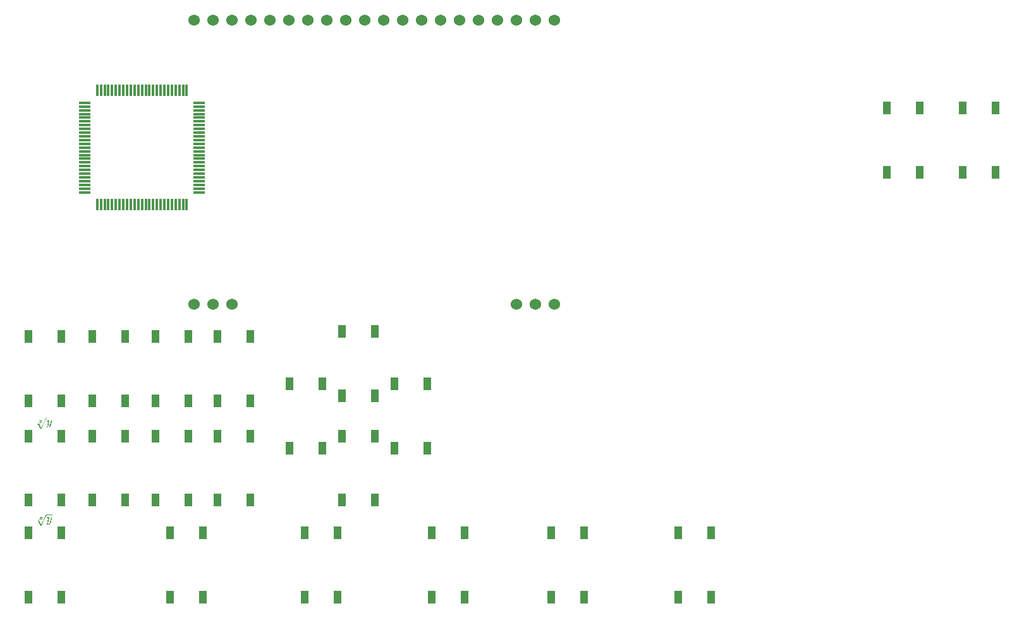
<source format=gbr>
%TF.GenerationSoftware,KiCad,Pcbnew,(6.0.10)*%
%TF.CreationDate,2023-01-08T01:11:37-07:00*%
%TF.ProjectId,decimator_pcb,64656369-6d61-4746-9f72-5f7063622e6b,rev?*%
%TF.SameCoordinates,Original*%
%TF.FileFunction,Soldermask,Top*%
%TF.FilePolarity,Negative*%
%FSLAX46Y46*%
G04 Gerber Fmt 4.6, Leading zero omitted, Abs format (unit mm)*
G04 Created by KiCad (PCBNEW (6.0.10)) date 2023-01-08 01:11:37*
%MOMM*%
%LPD*%
G01*
G04 APERTURE LIST*
G04 Aperture macros list*
%AMRoundRect*
0 Rectangle with rounded corners*
0 $1 Rounding radius*
0 $2 $3 $4 $5 $6 $7 $8 $9 X,Y pos of 4 corners*
0 Add a 4 corners polygon primitive as box body*
4,1,4,$2,$3,$4,$5,$6,$7,$8,$9,$2,$3,0*
0 Add four circle primitives for the rounded corners*
1,1,$1+$1,$2,$3*
1,1,$1+$1,$4,$5*
1,1,$1+$1,$6,$7*
1,1,$1+$1,$8,$9*
0 Add four rect primitives between the rounded corners*
20,1,$1+$1,$2,$3,$4,$5,0*
20,1,$1+$1,$4,$5,$6,$7,0*
20,1,$1+$1,$6,$7,$8,$9,0*
20,1,$1+$1,$8,$9,$2,$3,0*%
%AMOutline4P*
0 Free polygon, 4 corners , with rotation*
0 The origin of the aperture is its center*
0 number of corners: always 4*
0 $1 to $8 corner X, Y*
0 $9 Rotation angle, in degrees counterclockwise*
0 create outline with 4 corners*
4,1,4,$1,$2,$3,$4,$5,$6,$7,$8,$1,$2,$9*%
G04 Aperture macros list end*
%ADD10Outline4P,-0.550000X-0.825000X0.550000X-0.825000X0.550000X0.825000X-0.550000X0.825000X180.000000*%
%ADD11RoundRect,0.075000X-0.725000X-0.075000X0.725000X-0.075000X0.725000X0.075000X-0.725000X0.075000X0*%
%ADD12RoundRect,0.075000X-0.075000X-0.725000X0.075000X-0.725000X0.075000X0.725000X-0.075000X0.725000X0*%
%ADD13C,1.524000*%
G04 APERTURE END LIST*
%TO.C,G\u002A\u002A\u002A*%
G36*
X81411157Y-126571597D02*
G01*
X81447295Y-126588608D01*
X81449850Y-126590734D01*
X81463906Y-126598829D01*
X81481919Y-126596966D01*
X81511272Y-126584269D01*
X81513499Y-126583171D01*
X81561794Y-126567789D01*
X81606959Y-126568721D01*
X81643560Y-126585268D01*
X81658783Y-126601838D01*
X81669197Y-126632788D01*
X81663497Y-126661608D01*
X81645720Y-126682981D01*
X81619904Y-126691592D01*
X81595398Y-126685310D01*
X81576499Y-126669786D01*
X81575438Y-126649138D01*
X81584555Y-126628376D01*
X81590069Y-126612104D01*
X81578649Y-126606897D01*
X81569655Y-126606637D01*
X81543006Y-126614581D01*
X81519125Y-126632181D01*
X81503874Y-126656904D01*
X81488614Y-126695459D01*
X81474925Y-126741427D01*
X81464387Y-126788391D01*
X81458580Y-126829934D01*
X81459083Y-126859638D01*
X81461380Y-126866720D01*
X81481466Y-126883952D01*
X81510978Y-126886470D01*
X81544384Y-126876337D01*
X81576149Y-126855615D01*
X81600738Y-126826367D01*
X81607509Y-126812264D01*
X81621486Y-126793483D01*
X81638732Y-126788465D01*
X81651606Y-126796904D01*
X81653465Y-126814095D01*
X81635654Y-126855371D01*
X81601660Y-126889076D01*
X81557147Y-126912926D01*
X81507780Y-126924635D01*
X81459224Y-126921920D01*
X81423343Y-126906910D01*
X81404034Y-126896327D01*
X81386889Y-126895766D01*
X81362447Y-126905730D01*
X81352647Y-126910657D01*
X81322059Y-126925086D01*
X81300338Y-126930137D01*
X81276774Y-126927475D01*
X81263850Y-126924483D01*
X81228865Y-126907485D01*
X81207836Y-126880371D01*
X81203031Y-126848848D01*
X81216717Y-126818622D01*
X81220258Y-126814799D01*
X81245150Y-126801550D01*
X81269030Y-126805580D01*
X81286041Y-126822220D01*
X81290326Y-126846798D01*
X81283340Y-126865094D01*
X81275326Y-126881944D01*
X81283758Y-126887303D01*
X81292591Y-126887611D01*
X81320508Y-126884385D01*
X81342369Y-126872600D01*
X81360326Y-126849095D01*
X81376531Y-126810709D01*
X81393138Y-126754281D01*
X81399040Y-126731290D01*
X81410347Y-126676256D01*
X81411335Y-126638968D01*
X81401354Y-126616878D01*
X81379757Y-126607441D01*
X81367287Y-126606637D01*
X81319767Y-126617085D01*
X81281306Y-126647585D01*
X81263497Y-126674753D01*
X81245964Y-126698345D01*
X81228457Y-126707129D01*
X81216108Y-126699985D01*
X81213274Y-126685701D01*
X81222210Y-126659119D01*
X81245117Y-126628085D01*
X81276151Y-126598751D01*
X81309464Y-126577269D01*
X81320645Y-126572722D01*
X81365629Y-126565840D01*
X81411157Y-126571597D01*
G37*
G36*
X83000265Y-126291947D02*
G01*
X82207225Y-126291947D01*
X81847927Y-127033691D01*
X81779937Y-127173994D01*
X81721003Y-127295415D01*
X81670407Y-127399317D01*
X81627433Y-127487061D01*
X81591366Y-127560009D01*
X81561489Y-127619523D01*
X81537086Y-127666965D01*
X81517440Y-127703697D01*
X81501837Y-127731080D01*
X81489559Y-127750476D01*
X81479891Y-127763248D01*
X81472116Y-127770756D01*
X81465519Y-127774364D01*
X81459383Y-127775432D01*
X81457872Y-127775461D01*
X81433485Y-127770148D01*
X81416820Y-127750286D01*
X81411505Y-127738960D01*
X81401611Y-127716587D01*
X81384263Y-127678168D01*
X81360931Y-127626897D01*
X81333086Y-127565970D01*
X81302198Y-127498582D01*
X81269736Y-127427928D01*
X81237173Y-127357203D01*
X81205976Y-127289603D01*
X81177618Y-127228322D01*
X81153568Y-127176556D01*
X81135295Y-127137500D01*
X81124272Y-127114348D01*
X81122153Y-127110128D01*
X81114054Y-127098662D01*
X81103670Y-127098353D01*
X81085269Y-127110637D01*
X81069649Y-127123287D01*
X81034070Y-127148797D01*
X81011174Y-127156067D01*
X81000598Y-127145163D01*
X80999735Y-127136229D01*
X81008174Y-127121956D01*
X81030426Y-127098631D01*
X81061891Y-127070095D01*
X81097971Y-127040192D01*
X81134065Y-127012762D01*
X81165576Y-126991649D01*
X81184572Y-126981819D01*
X81191476Y-126980376D01*
X81198636Y-126982847D01*
X81207118Y-126991224D01*
X81217988Y-127007499D01*
X81232311Y-127033661D01*
X81251154Y-127071704D01*
X81275583Y-127123617D01*
X81306664Y-127191392D01*
X81345462Y-127277021D01*
X81360812Y-127311022D01*
X81394181Y-127384607D01*
X81424532Y-127450830D01*
X81450658Y-127507117D01*
X81471354Y-127550892D01*
X81485414Y-127579581D01*
X81491631Y-127590610D01*
X81491784Y-127590635D01*
X81497126Y-127580224D01*
X81511461Y-127551250D01*
X81533977Y-127505377D01*
X81563863Y-127444268D01*
X81600308Y-127369587D01*
X81642499Y-127282998D01*
X81689626Y-127186165D01*
X81740876Y-127080751D01*
X81795439Y-126968420D01*
X81824414Y-126908728D01*
X82153730Y-126230133D01*
X82576998Y-126227188D01*
X83000265Y-126224244D01*
X83000265Y-126291947D01*
G37*
G36*
X82475766Y-126570977D02*
G01*
X82502225Y-126583600D01*
X82532660Y-126607334D01*
X82551803Y-126636354D01*
X82559745Y-126673449D01*
X82556578Y-126721405D01*
X82542393Y-126783009D01*
X82517283Y-126861049D01*
X82511855Y-126876372D01*
X82486529Y-126957373D01*
X82469322Y-127034420D01*
X82460978Y-127102787D01*
X82462243Y-127157742D01*
X82465133Y-127173095D01*
X82480051Y-127198759D01*
X82504409Y-127218465D01*
X82547364Y-127228580D01*
X82594489Y-127218162D01*
X82643115Y-127188090D01*
X82668717Y-127164345D01*
X82683535Y-127148299D01*
X82695631Y-127132546D01*
X82706167Y-127113872D01*
X82716307Y-127089063D01*
X82727214Y-127054903D01*
X82740052Y-127008178D01*
X82755984Y-126945672D01*
X82773645Y-126874425D01*
X82791888Y-126802388D01*
X82809414Y-126736670D01*
X82825215Y-126680790D01*
X82838280Y-126638270D01*
X82847600Y-126612631D01*
X82850146Y-126607755D01*
X82873385Y-126589691D01*
X82903120Y-126584150D01*
X82930269Y-126591458D01*
X82942893Y-126604437D01*
X82943234Y-126620821D01*
X82938257Y-126655665D01*
X82928751Y-126705795D01*
X82915503Y-126768039D01*
X82899301Y-126839222D01*
X82880933Y-126916173D01*
X82861189Y-126995718D01*
X82840855Y-127074684D01*
X82820721Y-127149898D01*
X82801573Y-127218186D01*
X82784201Y-127276376D01*
X82769392Y-127321294D01*
X82757935Y-127349768D01*
X82757598Y-127350440D01*
X82709208Y-127425897D01*
X82648685Y-127488171D01*
X82579461Y-127534910D01*
X82504967Y-127563761D01*
X82433714Y-127572474D01*
X82392825Y-127570564D01*
X82358235Y-127566368D01*
X82341871Y-127562297D01*
X82304559Y-127536566D01*
X82275297Y-127496936D01*
X82259693Y-127451852D01*
X82258496Y-127436718D01*
X82261200Y-127402306D01*
X82267868Y-127374866D01*
X82269497Y-127371328D01*
X82292344Y-127349185D01*
X82327066Y-127335679D01*
X82363745Y-127333950D01*
X82376925Y-127337328D01*
X82398642Y-127355365D01*
X82406080Y-127383100D01*
X82401109Y-127414597D01*
X82385600Y-127443922D01*
X82361424Y-127465139D01*
X82334358Y-127472391D01*
X82318926Y-127473561D01*
X82318317Y-127479372D01*
X82333511Y-127494221D01*
X82340605Y-127500488D01*
X82379278Y-127521209D01*
X82427872Y-127528750D01*
X82477657Y-127522477D01*
X82503501Y-127512331D01*
X82536335Y-127488921D01*
X82573096Y-127453449D01*
X82606511Y-127413340D01*
X82620001Y-127393363D01*
X82630718Y-127372279D01*
X82645127Y-127339647D01*
X82660505Y-127302240D01*
X82674131Y-127266831D01*
X82683283Y-127240194D01*
X82685575Y-127230157D01*
X82676733Y-127231806D01*
X82654304Y-127241695D01*
X82639972Y-127248910D01*
X82587221Y-127266907D01*
X82528155Y-127272259D01*
X82471698Y-127264901D01*
X82435353Y-127250380D01*
X82394103Y-127219537D01*
X82365909Y-127181513D01*
X82350616Y-127134261D01*
X82348070Y-127075734D01*
X82358118Y-127003887D01*
X82380603Y-126916673D01*
X82404602Y-126842655D01*
X82430191Y-126766160D01*
X82447553Y-126707999D01*
X82457088Y-126665749D01*
X82459195Y-126636987D01*
X82454275Y-126619291D01*
X82442916Y-126610310D01*
X82411601Y-126609575D01*
X82377373Y-126627525D01*
X82343147Y-126661136D01*
X82311840Y-126707382D01*
X82286365Y-126763240D01*
X82281401Y-126777875D01*
X82266083Y-126814425D01*
X82250092Y-126828889D01*
X82233151Y-126821806D01*
X82227696Y-126801799D01*
X82233353Y-126768031D01*
X82248620Y-126725345D01*
X82271995Y-126678585D01*
X82283502Y-126659473D01*
X82325205Y-126609108D01*
X82373249Y-126576843D01*
X82424485Y-126563768D01*
X82475766Y-126570977D01*
G37*
G36*
X81411157Y-113571597D02*
G01*
X81447295Y-113588608D01*
X81449850Y-113590734D01*
X81463906Y-113598829D01*
X81481919Y-113596966D01*
X81511272Y-113584269D01*
X81513499Y-113583171D01*
X81561794Y-113567789D01*
X81606959Y-113568721D01*
X81643560Y-113585268D01*
X81658783Y-113601838D01*
X81669197Y-113632788D01*
X81663497Y-113661608D01*
X81645720Y-113682981D01*
X81619904Y-113691592D01*
X81595398Y-113685310D01*
X81576499Y-113669786D01*
X81575438Y-113649138D01*
X81584555Y-113628376D01*
X81590069Y-113612104D01*
X81578649Y-113606897D01*
X81569655Y-113606637D01*
X81543006Y-113614581D01*
X81519125Y-113632181D01*
X81503874Y-113656904D01*
X81488614Y-113695459D01*
X81474925Y-113741427D01*
X81464387Y-113788391D01*
X81458580Y-113829934D01*
X81459083Y-113859638D01*
X81461380Y-113866720D01*
X81481466Y-113883952D01*
X81510978Y-113886470D01*
X81544384Y-113876337D01*
X81576149Y-113855615D01*
X81600738Y-113826367D01*
X81607509Y-113812264D01*
X81621486Y-113793483D01*
X81638732Y-113788465D01*
X81651606Y-113796904D01*
X81653465Y-113814095D01*
X81635654Y-113855371D01*
X81601660Y-113889076D01*
X81557147Y-113912926D01*
X81507780Y-113924635D01*
X81459224Y-113921920D01*
X81423343Y-113906910D01*
X81404034Y-113896327D01*
X81386889Y-113895766D01*
X81362447Y-113905730D01*
X81352647Y-113910657D01*
X81322059Y-113925086D01*
X81300338Y-113930137D01*
X81276774Y-113927475D01*
X81263850Y-113924483D01*
X81228865Y-113907485D01*
X81207836Y-113880371D01*
X81203031Y-113848848D01*
X81216717Y-113818622D01*
X81220258Y-113814799D01*
X81245150Y-113801550D01*
X81269030Y-113805580D01*
X81286041Y-113822220D01*
X81290326Y-113846798D01*
X81283340Y-113865094D01*
X81275326Y-113881944D01*
X81283758Y-113887303D01*
X81292591Y-113887611D01*
X81320508Y-113884385D01*
X81342369Y-113872600D01*
X81360326Y-113849095D01*
X81376531Y-113810709D01*
X81393138Y-113754281D01*
X81399040Y-113731290D01*
X81410347Y-113676256D01*
X81411335Y-113638968D01*
X81401354Y-113616878D01*
X81379757Y-113607441D01*
X81367287Y-113606637D01*
X81319767Y-113617085D01*
X81281306Y-113647585D01*
X81263497Y-113674753D01*
X81245964Y-113698345D01*
X81228457Y-113707129D01*
X81216108Y-113699985D01*
X81213274Y-113685701D01*
X81222210Y-113659119D01*
X81245117Y-113628085D01*
X81276151Y-113598751D01*
X81309464Y-113577269D01*
X81320645Y-113572722D01*
X81365629Y-113565840D01*
X81411157Y-113571597D01*
G37*
G36*
X83000265Y-113291947D02*
G01*
X82207225Y-113291947D01*
X81847927Y-114033691D01*
X81779937Y-114173994D01*
X81721003Y-114295415D01*
X81670407Y-114399317D01*
X81627433Y-114487061D01*
X81591366Y-114560009D01*
X81561489Y-114619523D01*
X81537086Y-114666965D01*
X81517440Y-114703697D01*
X81501837Y-114731080D01*
X81489559Y-114750476D01*
X81479891Y-114763248D01*
X81472116Y-114770756D01*
X81465519Y-114774364D01*
X81459383Y-114775432D01*
X81457872Y-114775461D01*
X81433485Y-114770148D01*
X81416820Y-114750286D01*
X81411505Y-114738960D01*
X81401611Y-114716587D01*
X81384263Y-114678168D01*
X81360931Y-114626897D01*
X81333086Y-114565970D01*
X81302198Y-114498582D01*
X81269736Y-114427928D01*
X81237173Y-114357203D01*
X81205976Y-114289603D01*
X81177618Y-114228322D01*
X81153568Y-114176556D01*
X81135295Y-114137500D01*
X81124272Y-114114348D01*
X81122153Y-114110128D01*
X81114054Y-114098662D01*
X81103670Y-114098353D01*
X81085269Y-114110637D01*
X81069649Y-114123287D01*
X81034070Y-114148797D01*
X81011174Y-114156067D01*
X81000598Y-114145163D01*
X80999735Y-114136229D01*
X81008174Y-114121956D01*
X81030426Y-114098631D01*
X81061891Y-114070095D01*
X81097971Y-114040192D01*
X81134065Y-114012762D01*
X81165576Y-113991649D01*
X81184572Y-113981819D01*
X81191476Y-113980376D01*
X81198636Y-113982847D01*
X81207118Y-113991224D01*
X81217988Y-114007499D01*
X81232311Y-114033661D01*
X81251154Y-114071704D01*
X81275583Y-114123617D01*
X81306664Y-114191392D01*
X81345462Y-114277021D01*
X81360812Y-114311022D01*
X81394181Y-114384607D01*
X81424532Y-114450830D01*
X81450658Y-114507117D01*
X81471354Y-114550892D01*
X81485414Y-114579581D01*
X81491631Y-114590610D01*
X81491784Y-114590635D01*
X81497126Y-114580224D01*
X81511461Y-114551250D01*
X81533977Y-114505377D01*
X81563863Y-114444268D01*
X81600308Y-114369587D01*
X81642499Y-114282998D01*
X81689626Y-114186165D01*
X81740876Y-114080751D01*
X81795439Y-113968420D01*
X81824414Y-113908728D01*
X82153730Y-113230133D01*
X82576998Y-113227188D01*
X83000265Y-113224244D01*
X83000265Y-113291947D01*
G37*
G36*
X82475766Y-113570977D02*
G01*
X82502225Y-113583600D01*
X82532660Y-113607334D01*
X82551803Y-113636354D01*
X82559745Y-113673449D01*
X82556578Y-113721405D01*
X82542393Y-113783009D01*
X82517283Y-113861049D01*
X82511855Y-113876372D01*
X82486529Y-113957373D01*
X82469322Y-114034420D01*
X82460978Y-114102787D01*
X82462243Y-114157742D01*
X82465133Y-114173095D01*
X82480051Y-114198759D01*
X82504409Y-114218465D01*
X82547364Y-114228580D01*
X82594489Y-114218162D01*
X82643115Y-114188090D01*
X82668717Y-114164345D01*
X82683535Y-114148299D01*
X82695631Y-114132546D01*
X82706167Y-114113872D01*
X82716307Y-114089063D01*
X82727214Y-114054903D01*
X82740052Y-114008178D01*
X82755984Y-113945672D01*
X82773645Y-113874425D01*
X82791888Y-113802388D01*
X82809414Y-113736670D01*
X82825215Y-113680790D01*
X82838280Y-113638270D01*
X82847600Y-113612631D01*
X82850146Y-113607755D01*
X82873385Y-113589691D01*
X82903120Y-113584150D01*
X82930269Y-113591458D01*
X82942893Y-113604437D01*
X82943234Y-113620821D01*
X82938257Y-113655665D01*
X82928751Y-113705795D01*
X82915503Y-113768039D01*
X82899301Y-113839222D01*
X82880933Y-113916173D01*
X82861189Y-113995718D01*
X82840855Y-114074684D01*
X82820721Y-114149898D01*
X82801573Y-114218186D01*
X82784201Y-114276376D01*
X82769392Y-114321294D01*
X82757935Y-114349768D01*
X82757598Y-114350440D01*
X82709208Y-114425897D01*
X82648685Y-114488171D01*
X82579461Y-114534910D01*
X82504967Y-114563761D01*
X82433714Y-114572474D01*
X82392825Y-114570564D01*
X82358235Y-114566368D01*
X82341871Y-114562297D01*
X82304559Y-114536566D01*
X82275297Y-114496936D01*
X82259693Y-114451852D01*
X82258496Y-114436718D01*
X82261200Y-114402306D01*
X82267868Y-114374866D01*
X82269497Y-114371328D01*
X82292344Y-114349185D01*
X82327066Y-114335679D01*
X82363745Y-114333950D01*
X82376925Y-114337328D01*
X82398642Y-114355365D01*
X82406080Y-114383100D01*
X82401109Y-114414597D01*
X82385600Y-114443922D01*
X82361424Y-114465139D01*
X82334358Y-114472391D01*
X82318926Y-114473561D01*
X82318317Y-114479372D01*
X82333511Y-114494221D01*
X82340605Y-114500488D01*
X82379278Y-114521209D01*
X82427872Y-114528750D01*
X82477657Y-114522477D01*
X82503501Y-114512331D01*
X82536335Y-114488921D01*
X82573096Y-114453449D01*
X82606511Y-114413340D01*
X82620001Y-114393363D01*
X82630718Y-114372279D01*
X82645127Y-114339647D01*
X82660505Y-114302240D01*
X82674131Y-114266831D01*
X82683283Y-114240194D01*
X82685575Y-114230157D01*
X82676733Y-114231806D01*
X82654304Y-114241695D01*
X82639972Y-114248910D01*
X82587221Y-114266907D01*
X82528155Y-114272259D01*
X82471698Y-114264901D01*
X82435353Y-114250380D01*
X82394103Y-114219537D01*
X82365909Y-114181513D01*
X82350616Y-114134261D01*
X82348070Y-114075734D01*
X82358118Y-114003887D01*
X82380603Y-113916673D01*
X82404602Y-113842655D01*
X82430191Y-113766160D01*
X82447553Y-113707999D01*
X82457088Y-113665749D01*
X82459195Y-113636987D01*
X82454275Y-113619291D01*
X82442916Y-113610310D01*
X82411601Y-113609575D01*
X82377373Y-113627525D01*
X82343147Y-113661136D01*
X82311840Y-113707382D01*
X82286365Y-113763240D01*
X82281401Y-113777875D01*
X82266083Y-113814425D01*
X82250092Y-113828889D01*
X82233151Y-113821806D01*
X82227696Y-113801799D01*
X82233353Y-113768031D01*
X82248620Y-113725345D01*
X82271995Y-113678585D01*
X82283502Y-113659473D01*
X82325205Y-113609108D01*
X82373249Y-113576843D01*
X82424485Y-113563768D01*
X82475766Y-113570977D01*
G37*
%TD*%
D10*
%TO.C,REF\u002A\u002A*%
X121800000Y-124300000D03*
X126200000Y-115700000D03*
X121800000Y-115700000D03*
X126200000Y-124300000D03*
%TD*%
%TO.C,REF\u002A\u002A*%
X114800000Y-117300000D03*
X119200000Y-108700000D03*
X114800000Y-108700000D03*
X119200000Y-117300000D03*
%TD*%
%TO.C,REF\u002A\u002A*%
X128800000Y-117300000D03*
X133200000Y-108700000D03*
X128800000Y-108700000D03*
X133200000Y-117300000D03*
%TD*%
%TO.C,REF\u002A\u002A*%
X121800000Y-110300000D03*
X126200000Y-101700000D03*
X121800000Y-101700000D03*
X126200000Y-110300000D03*
%TD*%
%TO.C,REF\u002A\u002A*%
X166800000Y-137300000D03*
X171200000Y-128700000D03*
X166800000Y-128700000D03*
X171200000Y-137300000D03*
%TD*%
%TO.C,REF\u002A\u002A*%
X149800000Y-137300000D03*
X154200000Y-128700000D03*
X149800000Y-128700000D03*
X154200000Y-137300000D03*
%TD*%
%TO.C,REF\u002A\u002A*%
X133800000Y-137300000D03*
X138200000Y-128700000D03*
X133800000Y-128700000D03*
X138200000Y-137300000D03*
%TD*%
%TO.C,REF\u002A\u002A*%
X105100000Y-110960000D03*
X109500000Y-102360000D03*
X105100000Y-102360000D03*
X109500000Y-110960000D03*
%TD*%
%TO.C,REF\u002A\u002A*%
X105100000Y-124300000D03*
X109500000Y-115700000D03*
X105100000Y-115700000D03*
X109500000Y-124300000D03*
%TD*%
%TO.C,REF\u002A\u002A*%
X79800000Y-137300000D03*
X84200000Y-128700000D03*
X79800000Y-128700000D03*
X84200000Y-137300000D03*
%TD*%
%TO.C,REF\u002A\u002A*%
X116800000Y-137300000D03*
X121200000Y-128700000D03*
X116800000Y-128700000D03*
X121200000Y-137300000D03*
%TD*%
%TO.C,REF\u002A\u002A*%
X98800000Y-137300000D03*
X103200000Y-128700000D03*
X98800000Y-128700000D03*
X103200000Y-137300000D03*
%TD*%
%TO.C,REF\u002A\u002A*%
X96800000Y-124300000D03*
X101200000Y-115700000D03*
X96800000Y-115700000D03*
X101200000Y-124300000D03*
%TD*%
%TO.C,REF\u002A\u002A*%
X79800000Y-124300000D03*
X84200000Y-115700000D03*
X79800000Y-115700000D03*
X84200000Y-124300000D03*
%TD*%
%TO.C,REF\u002A\u002A*%
X88380000Y-124300000D03*
X92780000Y-115700000D03*
X88380000Y-115700000D03*
X92780000Y-124300000D03*
%TD*%
%TO.C,REF\u002A\u002A*%
X96800000Y-110960000D03*
X101200000Y-102360000D03*
X96800000Y-102360000D03*
X101200000Y-110960000D03*
%TD*%
%TO.C,REF\u002A\u002A*%
X88380000Y-110960000D03*
X92780000Y-102360000D03*
X88380000Y-102360000D03*
X92780000Y-110960000D03*
%TD*%
%TO.C,REF\u002A\u002A*%
X79800000Y-110960000D03*
X84200000Y-102360000D03*
X79800000Y-102360000D03*
X84200000Y-110960000D03*
%TD*%
%TO.C,REF\u002A\u002A*%
X194800000Y-71700000D03*
X194800000Y-80300000D03*
X199200000Y-71700000D03*
X199200000Y-80300000D03*
%TD*%
%TO.C,REF\u002A\u002A*%
X204960000Y-71700000D03*
X204960000Y-80300000D03*
X209360000Y-71700000D03*
X209360000Y-80300000D03*
%TD*%
D11*
%TO.C,REF\u002A\u002A*%
X87325000Y-71000000D03*
X87325000Y-71500000D03*
X87325000Y-72000000D03*
X87325000Y-72500000D03*
X87325000Y-73000000D03*
X87325000Y-73500000D03*
X87325000Y-74000000D03*
X87325000Y-74500000D03*
X87325000Y-75000000D03*
X87325000Y-75500000D03*
X87325000Y-76000000D03*
X87325000Y-76500000D03*
X87325000Y-77000000D03*
X87325000Y-77500000D03*
X87325000Y-78000000D03*
X87325000Y-78500000D03*
X87325000Y-79000000D03*
X87325000Y-79500000D03*
X87325000Y-80000000D03*
X87325000Y-80500000D03*
X87325000Y-81000000D03*
X87325000Y-81500000D03*
X87325000Y-82000000D03*
X87325000Y-82500000D03*
X87325000Y-83000000D03*
D12*
X89000000Y-84675000D03*
X89500000Y-84675000D03*
X90000000Y-84675000D03*
X90500000Y-84675000D03*
X91000000Y-84675000D03*
X91500000Y-84675000D03*
X92000000Y-84675000D03*
X92500000Y-84675000D03*
X93000000Y-84675000D03*
X93500000Y-84675000D03*
X94000000Y-84675000D03*
X94500000Y-84675000D03*
X95000000Y-84675000D03*
X95500000Y-84675000D03*
X96000000Y-84675000D03*
X96500000Y-84675000D03*
X97000000Y-84675000D03*
X97500000Y-84675000D03*
X98000000Y-84675000D03*
X98500000Y-84675000D03*
X99000000Y-84675000D03*
X99500000Y-84675000D03*
X100000000Y-84675000D03*
X100500000Y-84675000D03*
X101000000Y-84675000D03*
D11*
X102675000Y-83000000D03*
X102675000Y-82500000D03*
X102675000Y-82000000D03*
X102675000Y-81500000D03*
X102675000Y-81000000D03*
X102675000Y-80500000D03*
X102675000Y-80000000D03*
X102675000Y-79500000D03*
X102675000Y-79000000D03*
X102675000Y-78500000D03*
X102675000Y-78000000D03*
X102675000Y-77500000D03*
X102675000Y-77000000D03*
X102675000Y-76500000D03*
X102675000Y-76000000D03*
X102675000Y-75500000D03*
X102675000Y-75000000D03*
X102675000Y-74500000D03*
X102675000Y-74000000D03*
X102675000Y-73500000D03*
X102675000Y-73000000D03*
X102675000Y-72500000D03*
X102675000Y-72000000D03*
X102675000Y-71500000D03*
X102675000Y-71000000D03*
D12*
X101000000Y-69325000D03*
X100500000Y-69325000D03*
X100000000Y-69325000D03*
X99500000Y-69325000D03*
X99000000Y-69325000D03*
X98500000Y-69325000D03*
X98000000Y-69325000D03*
X97500000Y-69325000D03*
X97000000Y-69325000D03*
X96500000Y-69325000D03*
X96000000Y-69325000D03*
X95500000Y-69325000D03*
X95000000Y-69325000D03*
X94500000Y-69325000D03*
X94000000Y-69325000D03*
X93500000Y-69325000D03*
X93000000Y-69325000D03*
X92500000Y-69325000D03*
X92000000Y-69325000D03*
X91500000Y-69325000D03*
X91000000Y-69325000D03*
X90500000Y-69325000D03*
X90000000Y-69325000D03*
X89500000Y-69325000D03*
X89000000Y-69325000D03*
%TD*%
D13*
%TO.C,REF\u002A\u002A*%
X102000000Y-98000000D03*
X104540000Y-98000000D03*
X107080000Y-98000000D03*
X145180000Y-98000000D03*
X147720000Y-98000000D03*
X150260000Y-98000000D03*
X150260000Y-59900000D03*
X147720000Y-59900000D03*
X145180000Y-59900000D03*
X142640000Y-59900000D03*
X140100000Y-59900000D03*
X137560000Y-59900000D03*
X135020000Y-59900000D03*
X132480000Y-59900000D03*
X129940000Y-59900000D03*
X127400000Y-59900000D03*
X124860000Y-59900000D03*
X122320000Y-59900000D03*
X119780000Y-59900000D03*
X117240000Y-59900000D03*
X114700000Y-59900000D03*
X112160000Y-59900000D03*
X109620000Y-59900000D03*
X107080000Y-59900000D03*
X104540000Y-59900000D03*
X102000000Y-59900000D03*
%TD*%
M02*

</source>
